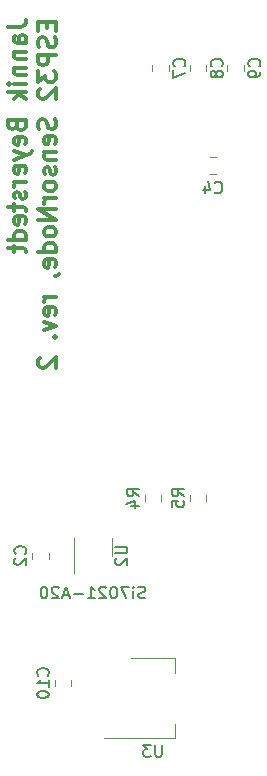
<source format=gbo>
G04 #@! TF.GenerationSoftware,KiCad,Pcbnew,(5.0.0-3-g5ebb6b6)*
G04 #@! TF.CreationDate,2018-08-06T20:02:11+02:00*
G04 #@! TF.ProjectId,esp32-sensornode,65737033322D73656E736F726E6F6465,rev?*
G04 #@! TF.SameCoordinates,Original*
G04 #@! TF.FileFunction,Legend,Bot*
G04 #@! TF.FilePolarity,Positive*
%FSLAX46Y46*%
G04 Gerber Fmt 4.6, Leading zero omitted, Abs format (unit mm)*
G04 Created by KiCad (PCBNEW (5.0.0-3-g5ebb6b6)) date Monday, 06 August 2018 at 20:02:11*
%MOMM*%
%LPD*%
G01*
G04 APERTURE LIST*
%ADD10C,0.300000*%
%ADD11C,0.120000*%
%ADD12C,0.150000*%
G04 APERTURE END LIST*
D10*
X179513571Y-53050714D02*
X180585000Y-53050714D01*
X180799285Y-52979285D01*
X180942142Y-52836428D01*
X181013571Y-52622142D01*
X181013571Y-52479285D01*
X181013571Y-54407857D02*
X180227857Y-54407857D01*
X180085000Y-54336428D01*
X180013571Y-54193571D01*
X180013571Y-53907857D01*
X180085000Y-53765000D01*
X180942142Y-54407857D02*
X181013571Y-54265000D01*
X181013571Y-53907857D01*
X180942142Y-53765000D01*
X180799285Y-53693571D01*
X180656428Y-53693571D01*
X180513571Y-53765000D01*
X180442142Y-53907857D01*
X180442142Y-54265000D01*
X180370714Y-54407857D01*
X180013571Y-55122142D02*
X181013571Y-55122142D01*
X180156428Y-55122142D02*
X180085000Y-55193571D01*
X180013571Y-55336428D01*
X180013571Y-55550714D01*
X180085000Y-55693571D01*
X180227857Y-55765000D01*
X181013571Y-55765000D01*
X180013571Y-56479285D02*
X181013571Y-56479285D01*
X180156428Y-56479285D02*
X180085000Y-56550714D01*
X180013571Y-56693571D01*
X180013571Y-56907857D01*
X180085000Y-57050714D01*
X180227857Y-57122142D01*
X181013571Y-57122142D01*
X181013571Y-57836428D02*
X180013571Y-57836428D01*
X179513571Y-57836428D02*
X179585000Y-57765000D01*
X179656428Y-57836428D01*
X179585000Y-57907857D01*
X179513571Y-57836428D01*
X179656428Y-57836428D01*
X181013571Y-58550714D02*
X179513571Y-58550714D01*
X180442142Y-58693571D02*
X181013571Y-59122142D01*
X180013571Y-59122142D02*
X180585000Y-58550714D01*
X180227857Y-61407857D02*
X180299285Y-61622142D01*
X180370714Y-61693571D01*
X180513571Y-61765000D01*
X180727857Y-61765000D01*
X180870714Y-61693571D01*
X180942142Y-61622142D01*
X181013571Y-61479285D01*
X181013571Y-60907857D01*
X179513571Y-60907857D01*
X179513571Y-61407857D01*
X179585000Y-61550714D01*
X179656428Y-61622142D01*
X179799285Y-61693571D01*
X179942142Y-61693571D01*
X180085000Y-61622142D01*
X180156428Y-61550714D01*
X180227857Y-61407857D01*
X180227857Y-60907857D01*
X180942142Y-62979285D02*
X181013571Y-62836428D01*
X181013571Y-62550714D01*
X180942142Y-62407857D01*
X180799285Y-62336428D01*
X180227857Y-62336428D01*
X180085000Y-62407857D01*
X180013571Y-62550714D01*
X180013571Y-62836428D01*
X180085000Y-62979285D01*
X180227857Y-63050714D01*
X180370714Y-63050714D01*
X180513571Y-62336428D01*
X180013571Y-63550714D02*
X181013571Y-63907857D01*
X180013571Y-64265000D02*
X181013571Y-63907857D01*
X181370714Y-63765000D01*
X181442142Y-63693571D01*
X181513571Y-63550714D01*
X180942142Y-65407857D02*
X181013571Y-65265000D01*
X181013571Y-64979285D01*
X180942142Y-64836428D01*
X180799285Y-64765000D01*
X180227857Y-64765000D01*
X180085000Y-64836428D01*
X180013571Y-64979285D01*
X180013571Y-65265000D01*
X180085000Y-65407857D01*
X180227857Y-65479285D01*
X180370714Y-65479285D01*
X180513571Y-64765000D01*
X181013571Y-66122142D02*
X180013571Y-66122142D01*
X180299285Y-66122142D02*
X180156428Y-66193571D01*
X180085000Y-66265000D01*
X180013571Y-66407857D01*
X180013571Y-66550714D01*
X180942142Y-66979285D02*
X181013571Y-67122142D01*
X181013571Y-67407857D01*
X180942142Y-67550714D01*
X180799285Y-67622142D01*
X180727857Y-67622142D01*
X180585000Y-67550714D01*
X180513571Y-67407857D01*
X180513571Y-67193571D01*
X180442142Y-67050714D01*
X180299285Y-66979285D01*
X180227857Y-66979285D01*
X180085000Y-67050714D01*
X180013571Y-67193571D01*
X180013571Y-67407857D01*
X180085000Y-67550714D01*
X180013571Y-68050714D02*
X180013571Y-68622142D01*
X179513571Y-68265000D02*
X180799285Y-68265000D01*
X180942142Y-68336428D01*
X181013571Y-68479285D01*
X181013571Y-68622142D01*
X180942142Y-69693571D02*
X181013571Y-69550714D01*
X181013571Y-69265000D01*
X180942142Y-69122142D01*
X180799285Y-69050714D01*
X180227857Y-69050714D01*
X180085000Y-69122142D01*
X180013571Y-69265000D01*
X180013571Y-69550714D01*
X180085000Y-69693571D01*
X180227857Y-69765000D01*
X180370714Y-69765000D01*
X180513571Y-69050714D01*
X181013571Y-71050714D02*
X179513571Y-71050714D01*
X180942142Y-71050714D02*
X181013571Y-70907857D01*
X181013571Y-70622142D01*
X180942142Y-70479285D01*
X180870714Y-70407857D01*
X180727857Y-70336428D01*
X180299285Y-70336428D01*
X180156428Y-70407857D01*
X180085000Y-70479285D01*
X180013571Y-70622142D01*
X180013571Y-70907857D01*
X180085000Y-71050714D01*
X180013571Y-71550714D02*
X180013571Y-72122142D01*
X179513571Y-71765000D02*
X180799285Y-71765000D01*
X180942142Y-71836428D01*
X181013571Y-71979285D01*
X181013571Y-72122142D01*
X182777857Y-52622142D02*
X182777857Y-53122142D01*
X183563571Y-53336428D02*
X183563571Y-52622142D01*
X182063571Y-52622142D01*
X182063571Y-53336428D01*
X183492142Y-53907857D02*
X183563571Y-54122142D01*
X183563571Y-54479285D01*
X183492142Y-54622142D01*
X183420714Y-54693571D01*
X183277857Y-54765000D01*
X183135000Y-54765000D01*
X182992142Y-54693571D01*
X182920714Y-54622142D01*
X182849285Y-54479285D01*
X182777857Y-54193571D01*
X182706428Y-54050714D01*
X182635000Y-53979285D01*
X182492142Y-53907857D01*
X182349285Y-53907857D01*
X182206428Y-53979285D01*
X182135000Y-54050714D01*
X182063571Y-54193571D01*
X182063571Y-54550714D01*
X182135000Y-54765000D01*
X183563571Y-55407857D02*
X182063571Y-55407857D01*
X182063571Y-55979285D01*
X182135000Y-56122142D01*
X182206428Y-56193571D01*
X182349285Y-56265000D01*
X182563571Y-56265000D01*
X182706428Y-56193571D01*
X182777857Y-56122142D01*
X182849285Y-55979285D01*
X182849285Y-55407857D01*
X182063571Y-56765000D02*
X182063571Y-57693571D01*
X182635000Y-57193571D01*
X182635000Y-57407857D01*
X182706428Y-57550714D01*
X182777857Y-57622142D01*
X182920714Y-57693571D01*
X183277857Y-57693571D01*
X183420714Y-57622142D01*
X183492142Y-57550714D01*
X183563571Y-57407857D01*
X183563571Y-56979285D01*
X183492142Y-56836428D01*
X183420714Y-56765000D01*
X182206428Y-58265000D02*
X182135000Y-58336428D01*
X182063571Y-58479285D01*
X182063571Y-58836428D01*
X182135000Y-58979285D01*
X182206428Y-59050714D01*
X182349285Y-59122142D01*
X182492142Y-59122142D01*
X182706428Y-59050714D01*
X183563571Y-58193571D01*
X183563571Y-59122142D01*
X183492142Y-60836428D02*
X183563571Y-61050714D01*
X183563571Y-61407857D01*
X183492142Y-61550714D01*
X183420714Y-61622142D01*
X183277857Y-61693571D01*
X183135000Y-61693571D01*
X182992142Y-61622142D01*
X182920714Y-61550714D01*
X182849285Y-61407857D01*
X182777857Y-61122142D01*
X182706428Y-60979285D01*
X182635000Y-60907857D01*
X182492142Y-60836428D01*
X182349285Y-60836428D01*
X182206428Y-60907857D01*
X182135000Y-60979285D01*
X182063571Y-61122142D01*
X182063571Y-61479285D01*
X182135000Y-61693571D01*
X183492142Y-62907857D02*
X183563571Y-62765000D01*
X183563571Y-62479285D01*
X183492142Y-62336428D01*
X183349285Y-62265000D01*
X182777857Y-62265000D01*
X182635000Y-62336428D01*
X182563571Y-62479285D01*
X182563571Y-62765000D01*
X182635000Y-62907857D01*
X182777857Y-62979285D01*
X182920714Y-62979285D01*
X183063571Y-62265000D01*
X182563571Y-63622142D02*
X183563571Y-63622142D01*
X182706428Y-63622142D02*
X182635000Y-63693571D01*
X182563571Y-63836428D01*
X182563571Y-64050714D01*
X182635000Y-64193571D01*
X182777857Y-64265000D01*
X183563571Y-64265000D01*
X183492142Y-64907857D02*
X183563571Y-65050714D01*
X183563571Y-65336428D01*
X183492142Y-65479285D01*
X183349285Y-65550714D01*
X183277857Y-65550714D01*
X183135000Y-65479285D01*
X183063571Y-65336428D01*
X183063571Y-65122142D01*
X182992142Y-64979285D01*
X182849285Y-64907857D01*
X182777857Y-64907857D01*
X182635000Y-64979285D01*
X182563571Y-65122142D01*
X182563571Y-65336428D01*
X182635000Y-65479285D01*
X183563571Y-66407857D02*
X183492142Y-66265000D01*
X183420714Y-66193571D01*
X183277857Y-66122142D01*
X182849285Y-66122142D01*
X182706428Y-66193571D01*
X182635000Y-66265000D01*
X182563571Y-66407857D01*
X182563571Y-66622142D01*
X182635000Y-66765000D01*
X182706428Y-66836428D01*
X182849285Y-66907857D01*
X183277857Y-66907857D01*
X183420714Y-66836428D01*
X183492142Y-66765000D01*
X183563571Y-66622142D01*
X183563571Y-66407857D01*
X183563571Y-67550714D02*
X182563571Y-67550714D01*
X182849285Y-67550714D02*
X182706428Y-67622142D01*
X182635000Y-67693571D01*
X182563571Y-67836428D01*
X182563571Y-67979285D01*
X183563571Y-68479285D02*
X182063571Y-68479285D01*
X183563571Y-69336428D01*
X182063571Y-69336428D01*
X183563571Y-70265000D02*
X183492142Y-70122142D01*
X183420714Y-70050714D01*
X183277857Y-69979285D01*
X182849285Y-69979285D01*
X182706428Y-70050714D01*
X182635000Y-70122142D01*
X182563571Y-70265000D01*
X182563571Y-70479285D01*
X182635000Y-70622142D01*
X182706428Y-70693571D01*
X182849285Y-70765000D01*
X183277857Y-70765000D01*
X183420714Y-70693571D01*
X183492142Y-70622142D01*
X183563571Y-70479285D01*
X183563571Y-70265000D01*
X183563571Y-72050714D02*
X182063571Y-72050714D01*
X183492142Y-72050714D02*
X183563571Y-71907857D01*
X183563571Y-71622142D01*
X183492142Y-71479285D01*
X183420714Y-71407857D01*
X183277857Y-71336428D01*
X182849285Y-71336428D01*
X182706428Y-71407857D01*
X182635000Y-71479285D01*
X182563571Y-71622142D01*
X182563571Y-71907857D01*
X182635000Y-72050714D01*
X183492142Y-73336428D02*
X183563571Y-73193571D01*
X183563571Y-72907857D01*
X183492142Y-72765000D01*
X183349285Y-72693571D01*
X182777857Y-72693571D01*
X182635000Y-72765000D01*
X182563571Y-72907857D01*
X182563571Y-73193571D01*
X182635000Y-73336428D01*
X182777857Y-73407857D01*
X182920714Y-73407857D01*
X183063571Y-72693571D01*
X183492142Y-74122142D02*
X183563571Y-74122142D01*
X183706428Y-74050714D01*
X183777857Y-73979285D01*
X183563571Y-75907857D02*
X182563571Y-75907857D01*
X182849285Y-75907857D02*
X182706428Y-75979285D01*
X182635000Y-76050714D01*
X182563571Y-76193571D01*
X182563571Y-76336428D01*
X183492142Y-77407857D02*
X183563571Y-77265000D01*
X183563571Y-76979285D01*
X183492142Y-76836428D01*
X183349285Y-76765000D01*
X182777857Y-76765000D01*
X182635000Y-76836428D01*
X182563571Y-76979285D01*
X182563571Y-77265000D01*
X182635000Y-77407857D01*
X182777857Y-77479285D01*
X182920714Y-77479285D01*
X183063571Y-76765000D01*
X182563571Y-77979285D02*
X183563571Y-78336428D01*
X182563571Y-78693571D01*
X183420714Y-79265000D02*
X183492142Y-79336428D01*
X183563571Y-79265000D01*
X183492142Y-79193571D01*
X183420714Y-79265000D01*
X183563571Y-79265000D01*
X182206428Y-81050714D02*
X182135000Y-81122142D01*
X182063571Y-81265000D01*
X182063571Y-81622142D01*
X182135000Y-81765000D01*
X182206428Y-81836428D01*
X182349285Y-81907857D01*
X182492142Y-81907857D01*
X182706428Y-81836428D01*
X183563571Y-80979285D01*
X183563571Y-81907857D01*
D11*
G04 #@! TO.C,U2*
X188300000Y-97790000D02*
X188300000Y-96290000D01*
X185080000Y-99290000D02*
X185080000Y-96290000D01*
G04 #@! TO.C,C4*
X197111252Y-64060000D02*
X196588748Y-64060000D01*
X197111252Y-65480000D02*
X196588748Y-65480000D01*
G04 #@! TO.C,C2*
X181535000Y-97528748D02*
X181535000Y-98051252D01*
X182955000Y-97528748D02*
X182955000Y-98051252D01*
G04 #@! TO.C,R4*
X192480000Y-92666248D02*
X192480000Y-93188752D01*
X191060000Y-92666248D02*
X191060000Y-93188752D01*
G04 #@! TO.C,R5*
X194870000Y-92666248D02*
X194870000Y-93188752D01*
X196290000Y-92666248D02*
X196290000Y-93188752D01*
G04 #@! TO.C,C7*
X193115000Y-56776252D02*
X193115000Y-56253748D01*
X191695000Y-56776252D02*
X191695000Y-56253748D01*
G04 #@! TO.C,C8*
X194870000Y-56776252D02*
X194870000Y-56253748D01*
X196290000Y-56776252D02*
X196290000Y-56253748D01*
G04 #@! TO.C,C9*
X199465000Y-56776252D02*
X199465000Y-56253748D01*
X198045000Y-56776252D02*
X198045000Y-56253748D01*
G04 #@! TO.C,C10*
X183440000Y-108323748D02*
X183440000Y-108846252D01*
X184860000Y-108323748D02*
X184860000Y-108846252D01*
G04 #@! TO.C,U3*
X193680000Y-106445000D02*
X193680000Y-107705000D01*
X193680000Y-113265000D02*
X193680000Y-112005000D01*
X189920000Y-106445000D02*
X193680000Y-106445000D01*
X187670000Y-113265000D02*
X193680000Y-113265000D01*
G04 #@! TO.C,U2*
D12*
X188592380Y-97028095D02*
X189401904Y-97028095D01*
X189497142Y-97075714D01*
X189544761Y-97123333D01*
X189592380Y-97218571D01*
X189592380Y-97409047D01*
X189544761Y-97504285D01*
X189497142Y-97551904D01*
X189401904Y-97599523D01*
X188592380Y-97599523D01*
X188687619Y-98028095D02*
X188640000Y-98075714D01*
X188592380Y-98170952D01*
X188592380Y-98409047D01*
X188640000Y-98504285D01*
X188687619Y-98551904D01*
X188782857Y-98599523D01*
X188878095Y-98599523D01*
X189020952Y-98551904D01*
X189592380Y-97980476D01*
X189592380Y-98599523D01*
X191118571Y-101369761D02*
X190975714Y-101417380D01*
X190737619Y-101417380D01*
X190642380Y-101369761D01*
X190594761Y-101322142D01*
X190547142Y-101226904D01*
X190547142Y-101131666D01*
X190594761Y-101036428D01*
X190642380Y-100988809D01*
X190737619Y-100941190D01*
X190928095Y-100893571D01*
X191023333Y-100845952D01*
X191070952Y-100798333D01*
X191118571Y-100703095D01*
X191118571Y-100607857D01*
X191070952Y-100512619D01*
X191023333Y-100465000D01*
X190928095Y-100417380D01*
X190690000Y-100417380D01*
X190547142Y-100465000D01*
X190118571Y-101417380D02*
X190118571Y-100750714D01*
X190118571Y-100417380D02*
X190166190Y-100465000D01*
X190118571Y-100512619D01*
X190070952Y-100465000D01*
X190118571Y-100417380D01*
X190118571Y-100512619D01*
X189737619Y-100417380D02*
X189070952Y-100417380D01*
X189499523Y-101417380D01*
X188499523Y-100417380D02*
X188404285Y-100417380D01*
X188309047Y-100465000D01*
X188261428Y-100512619D01*
X188213809Y-100607857D01*
X188166190Y-100798333D01*
X188166190Y-101036428D01*
X188213809Y-101226904D01*
X188261428Y-101322142D01*
X188309047Y-101369761D01*
X188404285Y-101417380D01*
X188499523Y-101417380D01*
X188594761Y-101369761D01*
X188642380Y-101322142D01*
X188690000Y-101226904D01*
X188737619Y-101036428D01*
X188737619Y-100798333D01*
X188690000Y-100607857D01*
X188642380Y-100512619D01*
X188594761Y-100465000D01*
X188499523Y-100417380D01*
X187785238Y-100512619D02*
X187737619Y-100465000D01*
X187642380Y-100417380D01*
X187404285Y-100417380D01*
X187309047Y-100465000D01*
X187261428Y-100512619D01*
X187213809Y-100607857D01*
X187213809Y-100703095D01*
X187261428Y-100845952D01*
X187832857Y-101417380D01*
X187213809Y-101417380D01*
X186261428Y-101417380D02*
X186832857Y-101417380D01*
X186547142Y-101417380D02*
X186547142Y-100417380D01*
X186642380Y-100560238D01*
X186737619Y-100655476D01*
X186832857Y-100703095D01*
X185832857Y-101036428D02*
X185070952Y-101036428D01*
X184642380Y-101131666D02*
X184166190Y-101131666D01*
X184737619Y-101417380D02*
X184404285Y-100417380D01*
X184070952Y-101417380D01*
X183785238Y-100512619D02*
X183737619Y-100465000D01*
X183642380Y-100417380D01*
X183404285Y-100417380D01*
X183309047Y-100465000D01*
X183261428Y-100512619D01*
X183213809Y-100607857D01*
X183213809Y-100703095D01*
X183261428Y-100845952D01*
X183832857Y-101417380D01*
X183213809Y-101417380D01*
X182594761Y-100417380D02*
X182499523Y-100417380D01*
X182404285Y-100465000D01*
X182356666Y-100512619D01*
X182309047Y-100607857D01*
X182261428Y-100798333D01*
X182261428Y-101036428D01*
X182309047Y-101226904D01*
X182356666Y-101322142D01*
X182404285Y-101369761D01*
X182499523Y-101417380D01*
X182594761Y-101417380D01*
X182690000Y-101369761D01*
X182737619Y-101322142D01*
X182785238Y-101226904D01*
X182832857Y-101036428D01*
X182832857Y-100798333D01*
X182785238Y-100607857D01*
X182737619Y-100512619D01*
X182690000Y-100465000D01*
X182594761Y-100417380D01*
G04 #@! TO.C,C4*
X197016666Y-67032142D02*
X197064285Y-67079761D01*
X197207142Y-67127380D01*
X197302380Y-67127380D01*
X197445238Y-67079761D01*
X197540476Y-66984523D01*
X197588095Y-66889285D01*
X197635714Y-66698809D01*
X197635714Y-66555952D01*
X197588095Y-66365476D01*
X197540476Y-66270238D01*
X197445238Y-66175000D01*
X197302380Y-66127380D01*
X197207142Y-66127380D01*
X197064285Y-66175000D01*
X197016666Y-66222619D01*
X196159523Y-66460714D02*
X196159523Y-67127380D01*
X196397619Y-66079761D02*
X196635714Y-66794047D01*
X196016666Y-66794047D01*
G04 #@! TO.C,C2*
X180952142Y-97623333D02*
X180999761Y-97575714D01*
X181047380Y-97432857D01*
X181047380Y-97337619D01*
X180999761Y-97194761D01*
X180904523Y-97099523D01*
X180809285Y-97051904D01*
X180618809Y-97004285D01*
X180475952Y-97004285D01*
X180285476Y-97051904D01*
X180190238Y-97099523D01*
X180095000Y-97194761D01*
X180047380Y-97337619D01*
X180047380Y-97432857D01*
X180095000Y-97575714D01*
X180142619Y-97623333D01*
X180142619Y-98004285D02*
X180095000Y-98051904D01*
X180047380Y-98147142D01*
X180047380Y-98385238D01*
X180095000Y-98480476D01*
X180142619Y-98528095D01*
X180237857Y-98575714D01*
X180333095Y-98575714D01*
X180475952Y-98528095D01*
X181047380Y-97956666D01*
X181047380Y-98575714D01*
G04 #@! TO.C,R4*
X190572380Y-92760833D02*
X190096190Y-92427500D01*
X190572380Y-92189404D02*
X189572380Y-92189404D01*
X189572380Y-92570357D01*
X189620000Y-92665595D01*
X189667619Y-92713214D01*
X189762857Y-92760833D01*
X189905714Y-92760833D01*
X190000952Y-92713214D01*
X190048571Y-92665595D01*
X190096190Y-92570357D01*
X190096190Y-92189404D01*
X189905714Y-93617976D02*
X190572380Y-93617976D01*
X189524761Y-93379880D02*
X190239047Y-93141785D01*
X190239047Y-93760833D01*
G04 #@! TO.C,R5*
X194382380Y-92760833D02*
X193906190Y-92427500D01*
X194382380Y-92189404D02*
X193382380Y-92189404D01*
X193382380Y-92570357D01*
X193430000Y-92665595D01*
X193477619Y-92713214D01*
X193572857Y-92760833D01*
X193715714Y-92760833D01*
X193810952Y-92713214D01*
X193858571Y-92665595D01*
X193906190Y-92570357D01*
X193906190Y-92189404D01*
X193382380Y-93665595D02*
X193382380Y-93189404D01*
X193858571Y-93141785D01*
X193810952Y-93189404D01*
X193763333Y-93284642D01*
X193763333Y-93522738D01*
X193810952Y-93617976D01*
X193858571Y-93665595D01*
X193953809Y-93713214D01*
X194191904Y-93713214D01*
X194287142Y-93665595D01*
X194334761Y-93617976D01*
X194382380Y-93522738D01*
X194382380Y-93284642D01*
X194334761Y-93189404D01*
X194287142Y-93141785D01*
G04 #@! TO.C,C7*
X194412142Y-56348333D02*
X194459761Y-56300714D01*
X194507380Y-56157857D01*
X194507380Y-56062619D01*
X194459761Y-55919761D01*
X194364523Y-55824523D01*
X194269285Y-55776904D01*
X194078809Y-55729285D01*
X193935952Y-55729285D01*
X193745476Y-55776904D01*
X193650238Y-55824523D01*
X193555000Y-55919761D01*
X193507380Y-56062619D01*
X193507380Y-56157857D01*
X193555000Y-56300714D01*
X193602619Y-56348333D01*
X193507380Y-56681666D02*
X193507380Y-57348333D01*
X194507380Y-56919761D01*
G04 #@! TO.C,C8*
X197587142Y-56348333D02*
X197634761Y-56300714D01*
X197682380Y-56157857D01*
X197682380Y-56062619D01*
X197634761Y-55919761D01*
X197539523Y-55824523D01*
X197444285Y-55776904D01*
X197253809Y-55729285D01*
X197110952Y-55729285D01*
X196920476Y-55776904D01*
X196825238Y-55824523D01*
X196730000Y-55919761D01*
X196682380Y-56062619D01*
X196682380Y-56157857D01*
X196730000Y-56300714D01*
X196777619Y-56348333D01*
X197110952Y-56919761D02*
X197063333Y-56824523D01*
X197015714Y-56776904D01*
X196920476Y-56729285D01*
X196872857Y-56729285D01*
X196777619Y-56776904D01*
X196730000Y-56824523D01*
X196682380Y-56919761D01*
X196682380Y-57110238D01*
X196730000Y-57205476D01*
X196777619Y-57253095D01*
X196872857Y-57300714D01*
X196920476Y-57300714D01*
X197015714Y-57253095D01*
X197063333Y-57205476D01*
X197110952Y-57110238D01*
X197110952Y-56919761D01*
X197158571Y-56824523D01*
X197206190Y-56776904D01*
X197301428Y-56729285D01*
X197491904Y-56729285D01*
X197587142Y-56776904D01*
X197634761Y-56824523D01*
X197682380Y-56919761D01*
X197682380Y-57110238D01*
X197634761Y-57205476D01*
X197587142Y-57253095D01*
X197491904Y-57300714D01*
X197301428Y-57300714D01*
X197206190Y-57253095D01*
X197158571Y-57205476D01*
X197110952Y-57110238D01*
G04 #@! TO.C,C9*
X200762142Y-56348333D02*
X200809761Y-56300714D01*
X200857380Y-56157857D01*
X200857380Y-56062619D01*
X200809761Y-55919761D01*
X200714523Y-55824523D01*
X200619285Y-55776904D01*
X200428809Y-55729285D01*
X200285952Y-55729285D01*
X200095476Y-55776904D01*
X200000238Y-55824523D01*
X199905000Y-55919761D01*
X199857380Y-56062619D01*
X199857380Y-56157857D01*
X199905000Y-56300714D01*
X199952619Y-56348333D01*
X200857380Y-56824523D02*
X200857380Y-57015000D01*
X200809761Y-57110238D01*
X200762142Y-57157857D01*
X200619285Y-57253095D01*
X200428809Y-57300714D01*
X200047857Y-57300714D01*
X199952619Y-57253095D01*
X199905000Y-57205476D01*
X199857380Y-57110238D01*
X199857380Y-56919761D01*
X199905000Y-56824523D01*
X199952619Y-56776904D01*
X200047857Y-56729285D01*
X200285952Y-56729285D01*
X200381190Y-56776904D01*
X200428809Y-56824523D01*
X200476428Y-56919761D01*
X200476428Y-57110238D01*
X200428809Y-57205476D01*
X200381190Y-57253095D01*
X200285952Y-57300714D01*
G04 #@! TO.C,C10*
X182857142Y-107942142D02*
X182904761Y-107894523D01*
X182952380Y-107751666D01*
X182952380Y-107656428D01*
X182904761Y-107513571D01*
X182809523Y-107418333D01*
X182714285Y-107370714D01*
X182523809Y-107323095D01*
X182380952Y-107323095D01*
X182190476Y-107370714D01*
X182095238Y-107418333D01*
X182000000Y-107513571D01*
X181952380Y-107656428D01*
X181952380Y-107751666D01*
X182000000Y-107894523D01*
X182047619Y-107942142D01*
X182952380Y-108894523D02*
X182952380Y-108323095D01*
X182952380Y-108608809D02*
X181952380Y-108608809D01*
X182095238Y-108513571D01*
X182190476Y-108418333D01*
X182238095Y-108323095D01*
X181952380Y-109513571D02*
X181952380Y-109608809D01*
X182000000Y-109704047D01*
X182047619Y-109751666D01*
X182142857Y-109799285D01*
X182333333Y-109846904D01*
X182571428Y-109846904D01*
X182761904Y-109799285D01*
X182857142Y-109751666D01*
X182904761Y-109704047D01*
X182952380Y-109608809D01*
X182952380Y-109513571D01*
X182904761Y-109418333D01*
X182857142Y-109370714D01*
X182761904Y-109323095D01*
X182571428Y-109275476D01*
X182333333Y-109275476D01*
X182142857Y-109323095D01*
X182047619Y-109370714D01*
X182000000Y-109418333D01*
X181952380Y-109513571D01*
G04 #@! TO.C,U3*
X192531904Y-113807380D02*
X192531904Y-114616904D01*
X192484285Y-114712142D01*
X192436666Y-114759761D01*
X192341428Y-114807380D01*
X192150952Y-114807380D01*
X192055714Y-114759761D01*
X192008095Y-114712142D01*
X191960476Y-114616904D01*
X191960476Y-113807380D01*
X191579523Y-113807380D02*
X190960476Y-113807380D01*
X191293809Y-114188333D01*
X191150952Y-114188333D01*
X191055714Y-114235952D01*
X191008095Y-114283571D01*
X190960476Y-114378809D01*
X190960476Y-114616904D01*
X191008095Y-114712142D01*
X191055714Y-114759761D01*
X191150952Y-114807380D01*
X191436666Y-114807380D01*
X191531904Y-114759761D01*
X191579523Y-114712142D01*
G04 #@! TD*
M02*

</source>
